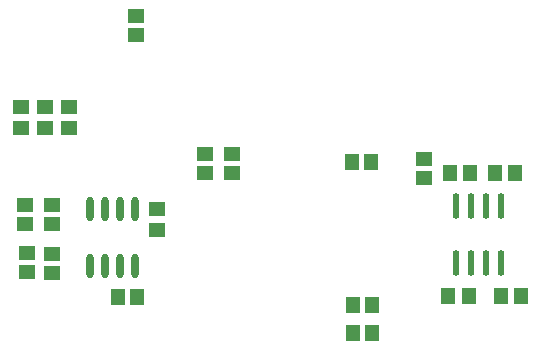
<source format=gbr>
%TF.GenerationSoftware,Altium Limited,Altium Designer,20.1.14 (287)*%
G04 Layer_Color=128*
%FSLAX26Y26*%
%MOIN*%
%TF.SameCoordinates,7E9A0AC4-0E20-4BBF-80A7-7FB1365180D4*%
%TF.FilePolarity,Positive*%
%TF.FileFunction,Paste,Bot*%
%TF.Part,Single*%
G01*
G75*
%TA.AperFunction,SMDPad,CuDef*%
%ADD17R,0.053150X0.045276*%
%ADD18R,0.045276X0.053150*%
%ADD25R,0.051181X0.055118*%
%ADD26R,0.055118X0.051181*%
%ADD36O,0.021654X0.086614*%
%ADD37O,0.023622X0.080709*%
D17*
X2625837Y3189449D02*
D03*
Y3120551D02*
D03*
X2330837Y3460551D02*
D03*
Y3529449D02*
D03*
X2250837Y3460551D02*
D03*
Y3529449D02*
D03*
X2170837Y3460551D02*
D03*
Y3529449D02*
D03*
D18*
X3595551Y2900000D02*
D03*
X3664449D02*
D03*
X3819449Y3310000D02*
D03*
X3750551D02*
D03*
X3839449Y2900000D02*
D03*
X3770551D02*
D03*
X3669449Y3310000D02*
D03*
X3600551D02*
D03*
D25*
X3278504Y2775000D02*
D03*
X3341496D02*
D03*
X3336496Y3345000D02*
D03*
X3273504D02*
D03*
X3341496Y2870000D02*
D03*
X3278504D02*
D03*
X2557333Y2895000D02*
D03*
X2494341D02*
D03*
D26*
X3515000Y3293504D02*
D03*
Y3356496D02*
D03*
X2555837Y3832992D02*
D03*
Y3770000D02*
D03*
X2875837Y3371496D02*
D03*
Y3308504D02*
D03*
X2785837Y3371496D02*
D03*
Y3308504D02*
D03*
X2275191Y2977449D02*
D03*
Y3040441D02*
D03*
X2190522Y2978504D02*
D03*
Y3041496D02*
D03*
X2185837Y3201496D02*
D03*
Y3138504D02*
D03*
X2275837Y3201496D02*
D03*
Y3138504D02*
D03*
D36*
X3620000Y3200000D02*
D03*
X3670000D02*
D03*
X3720000D02*
D03*
X3770000D02*
D03*
X3620000Y3011024D02*
D03*
X3670000D02*
D03*
X3720000D02*
D03*
X3770000D02*
D03*
D37*
X2400837Y3190472D02*
D03*
X2450837D02*
D03*
X2500837D02*
D03*
X2550837D02*
D03*
X2400837Y2999528D02*
D03*
X2450837D02*
D03*
X2500837D02*
D03*
X2550837D02*
D03*
%TF.MD5,0b5ebba6594af319049b03fedb816eee*%
M02*

</source>
